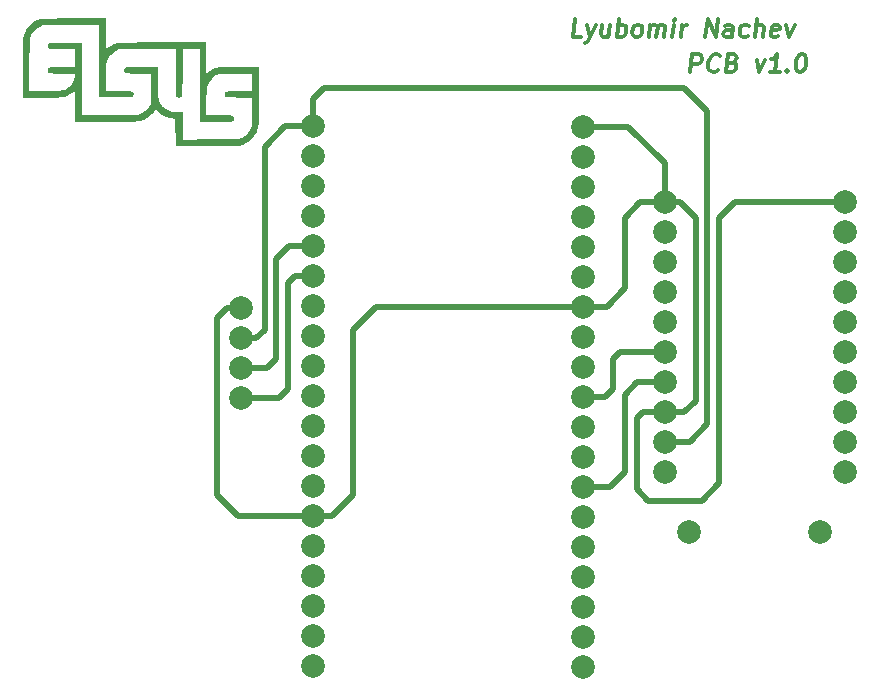
<source format=gtl>
G04 #@! TF.GenerationSoftware,KiCad,Pcbnew,(6.0.9)*
G04 #@! TF.CreationDate,2023-02-06T23:42:05+02:00*
G04 #@! TF.ProjectId,vodesht_vyzel,766f6465-7368-4745-9f76-797a656c2e6b,rev?*
G04 #@! TF.SameCoordinates,Original*
G04 #@! TF.FileFunction,Copper,L1,Top*
G04 #@! TF.FilePolarity,Positive*
%FSLAX46Y46*%
G04 Gerber Fmt 4.6, Leading zero omitted, Abs format (unit mm)*
G04 Created by KiCad (PCBNEW (6.0.9)) date 2023-02-06 23:42:05*
%MOMM*%
%LPD*%
G01*
G04 APERTURE LIST*
%ADD10C,0.300000*%
G04 #@! TA.AperFunction,NonConductor*
%ADD11C,0.300000*%
G04 #@! TD*
G04 #@! TA.AperFunction,ComponentPad*
%ADD12C,2.000000*%
G04 #@! TD*
G04 #@! TA.AperFunction,Conductor*
%ADD13C,0.500000*%
G04 #@! TD*
G04 APERTURE END LIST*
D10*
D11*
X169822276Y-71678571D02*
X169107991Y-71678571D01*
X169295491Y-70178571D01*
X170304419Y-70678571D02*
X170536562Y-71678571D01*
X171018705Y-70678571D02*
X170536562Y-71678571D01*
X170349062Y-72035714D01*
X170268705Y-72107142D01*
X170116919Y-72178571D01*
X172232991Y-70678571D02*
X172107991Y-71678571D01*
X171590133Y-70678571D02*
X171491919Y-71464285D01*
X171545491Y-71607142D01*
X171679419Y-71678571D01*
X171893705Y-71678571D01*
X172045491Y-71607142D01*
X172125848Y-71535714D01*
X172822276Y-71678571D02*
X173009776Y-70178571D01*
X172938348Y-70750000D02*
X173090133Y-70678571D01*
X173375848Y-70678571D01*
X173509776Y-70750000D01*
X173572276Y-70821428D01*
X173625848Y-70964285D01*
X173572276Y-71392857D01*
X173482991Y-71535714D01*
X173402633Y-71607142D01*
X173250848Y-71678571D01*
X172965133Y-71678571D01*
X172831205Y-71607142D01*
X174393705Y-71678571D02*
X174259776Y-71607142D01*
X174197276Y-71535714D01*
X174143705Y-71392857D01*
X174197276Y-70964285D01*
X174286562Y-70821428D01*
X174366919Y-70750000D01*
X174518705Y-70678571D01*
X174732991Y-70678571D01*
X174866919Y-70750000D01*
X174929419Y-70821428D01*
X174982991Y-70964285D01*
X174929419Y-71392857D01*
X174840133Y-71535714D01*
X174759776Y-71607142D01*
X174607991Y-71678571D01*
X174393705Y-71678571D01*
X175536562Y-71678571D02*
X175661562Y-70678571D01*
X175643705Y-70821428D02*
X175724062Y-70750000D01*
X175875848Y-70678571D01*
X176090133Y-70678571D01*
X176224062Y-70750000D01*
X176277633Y-70892857D01*
X176179419Y-71678571D01*
X176277633Y-70892857D02*
X176366919Y-70750000D01*
X176518705Y-70678571D01*
X176732991Y-70678571D01*
X176866919Y-70750000D01*
X176920491Y-70892857D01*
X176822276Y-71678571D01*
X177536562Y-71678571D02*
X177661562Y-70678571D01*
X177724062Y-70178571D02*
X177643705Y-70250000D01*
X177706205Y-70321428D01*
X177786562Y-70250000D01*
X177724062Y-70178571D01*
X177706205Y-70321428D01*
X178250848Y-71678571D02*
X178375848Y-70678571D01*
X178340133Y-70964285D02*
X178429419Y-70821428D01*
X178509776Y-70750000D01*
X178661562Y-70678571D01*
X178804419Y-70678571D01*
X180322276Y-71678571D02*
X180509776Y-70178571D01*
X181179419Y-71678571D01*
X181366919Y-70178571D01*
X182536562Y-71678571D02*
X182634776Y-70892857D01*
X182581205Y-70750000D01*
X182447276Y-70678571D01*
X182161562Y-70678571D01*
X182009776Y-70750000D01*
X182545491Y-71607142D02*
X182393705Y-71678571D01*
X182036562Y-71678571D01*
X181902633Y-71607142D01*
X181849062Y-71464285D01*
X181866919Y-71321428D01*
X181956205Y-71178571D01*
X182107991Y-71107142D01*
X182465133Y-71107142D01*
X182616919Y-71035714D01*
X183902633Y-71607142D02*
X183750848Y-71678571D01*
X183465133Y-71678571D01*
X183331205Y-71607142D01*
X183268705Y-71535714D01*
X183215133Y-71392857D01*
X183268705Y-70964285D01*
X183357991Y-70821428D01*
X183438348Y-70750000D01*
X183590133Y-70678571D01*
X183875848Y-70678571D01*
X184009776Y-70750000D01*
X184536562Y-71678571D02*
X184724062Y-70178571D01*
X185179419Y-71678571D02*
X185277633Y-70892857D01*
X185224062Y-70750000D01*
X185090133Y-70678571D01*
X184875848Y-70678571D01*
X184724062Y-70750000D01*
X184643705Y-70821428D01*
X186474062Y-71607142D02*
X186322276Y-71678571D01*
X186036562Y-71678571D01*
X185902633Y-71607142D01*
X185849062Y-71464285D01*
X185920491Y-70892857D01*
X186009776Y-70750000D01*
X186161562Y-70678571D01*
X186447276Y-70678571D01*
X186581205Y-70750000D01*
X186634776Y-70892857D01*
X186616919Y-71035714D01*
X185884776Y-71178571D01*
X187161562Y-70678571D02*
X187393705Y-71678571D01*
X187875848Y-70678571D01*
D10*
D11*
X179036562Y-74678571D02*
X179224062Y-73178571D01*
X179795491Y-73178571D01*
X179929419Y-73250000D01*
X179991919Y-73321428D01*
X180045491Y-73464285D01*
X180018705Y-73678571D01*
X179929419Y-73821428D01*
X179849062Y-73892857D01*
X179697276Y-73964285D01*
X179125848Y-73964285D01*
X181411562Y-74535714D02*
X181331205Y-74607142D01*
X181107991Y-74678571D01*
X180965133Y-74678571D01*
X180759776Y-74607142D01*
X180634776Y-74464285D01*
X180581205Y-74321428D01*
X180545491Y-74035714D01*
X180572276Y-73821428D01*
X180679419Y-73535714D01*
X180768705Y-73392857D01*
X180929419Y-73250000D01*
X181152633Y-73178571D01*
X181295491Y-73178571D01*
X181500848Y-73250000D01*
X181563348Y-73321428D01*
X182634776Y-73892857D02*
X182840133Y-73964285D01*
X182902633Y-74035714D01*
X182956205Y-74178571D01*
X182929419Y-74392857D01*
X182840133Y-74535714D01*
X182759776Y-74607142D01*
X182607991Y-74678571D01*
X182036562Y-74678571D01*
X182224062Y-73178571D01*
X182724062Y-73178571D01*
X182857991Y-73250000D01*
X182920491Y-73321428D01*
X182974062Y-73464285D01*
X182956205Y-73607142D01*
X182866919Y-73750000D01*
X182786562Y-73821428D01*
X182634776Y-73892857D01*
X182134776Y-73892857D01*
X184661562Y-73678571D02*
X184893705Y-74678571D01*
X185375848Y-73678571D01*
X186607991Y-74678571D02*
X185750848Y-74678571D01*
X186179419Y-74678571D02*
X186366919Y-73178571D01*
X186197276Y-73392857D01*
X186036562Y-73535714D01*
X185884776Y-73607142D01*
X187268705Y-74535714D02*
X187331205Y-74607142D01*
X187250848Y-74678571D01*
X187188348Y-74607142D01*
X187268705Y-74535714D01*
X187250848Y-74678571D01*
X188438348Y-73178571D02*
X188581205Y-73178571D01*
X188715133Y-73250000D01*
X188777633Y-73321428D01*
X188831205Y-73464285D01*
X188866919Y-73750000D01*
X188822276Y-74107142D01*
X188715133Y-74392857D01*
X188625848Y-74535714D01*
X188545491Y-74607142D01*
X188393705Y-74678571D01*
X188250848Y-74678571D01*
X188116919Y-74607142D01*
X188054419Y-74535714D01*
X188000848Y-74392857D01*
X187965133Y-74107142D01*
X188009776Y-73750000D01*
X188116919Y-73464285D01*
X188206205Y-73321428D01*
X188286562Y-73250000D01*
X188438348Y-73178571D01*
G36*
X122518639Y-73829643D02*
G01*
X122519562Y-73237874D01*
X122524226Y-72743666D01*
X122532599Y-72349046D01*
X122544646Y-72056043D01*
X122560336Y-71866683D01*
X122565166Y-71833740D01*
X122693168Y-71383520D01*
X122912279Y-70985110D01*
X123217338Y-70645302D01*
X123603184Y-70370889D01*
X123725780Y-70306312D01*
X124024477Y-70159624D01*
X126800941Y-70144534D01*
X129577406Y-70129445D01*
X129577406Y-72741926D01*
X129824813Y-72571705D01*
X130027206Y-72447473D01*
X130252695Y-72330291D01*
X130342909Y-72290178D01*
X130397606Y-72268691D01*
X130454940Y-72250120D01*
X130522776Y-72234215D01*
X130608980Y-72220728D01*
X130721416Y-72209410D01*
X130867949Y-72200012D01*
X131056445Y-72192286D01*
X131294769Y-72185982D01*
X131590787Y-72180853D01*
X131952362Y-72176649D01*
X132387360Y-72173121D01*
X132903647Y-72170021D01*
X133509087Y-72167100D01*
X134211546Y-72164110D01*
X134346548Y-72163555D01*
X138079498Y-72148239D01*
X138079498Y-74809028D01*
X138346631Y-74617112D01*
X138495273Y-74515085D01*
X138637142Y-74432348D01*
X138785265Y-74366902D01*
X138952667Y-74316744D01*
X139152372Y-74279873D01*
X139397406Y-74254288D01*
X139700795Y-74237987D01*
X140075564Y-74228969D01*
X140534738Y-74225232D01*
X140900550Y-74224686D01*
X142543096Y-74224686D01*
X142542694Y-76549477D01*
X142541809Y-77176638D01*
X142538866Y-77707705D01*
X142533090Y-78152854D01*
X142523700Y-78522262D01*
X142509920Y-78826101D01*
X142490971Y-79074550D01*
X142466075Y-79277781D01*
X142434454Y-79445972D01*
X142395329Y-79589297D01*
X142347923Y-79717931D01*
X142291458Y-79842051D01*
X142290797Y-79843401D01*
X142109352Y-80125099D01*
X141856115Y-80399635D01*
X141563172Y-80637398D01*
X141262609Y-80808779D01*
X141229766Y-80822587D01*
X141159571Y-80850268D01*
X141091422Y-80873546D01*
X141015772Y-80892860D01*
X140923074Y-80908651D01*
X140803782Y-80921359D01*
X140648351Y-80931423D01*
X140447232Y-80939283D01*
X140190881Y-80945379D01*
X139869750Y-80950152D01*
X139474294Y-80954040D01*
X138994965Y-80957485D01*
X138422218Y-80960925D01*
X138200101Y-80962197D01*
X135477817Y-80977741D01*
X135449163Y-78670971D01*
X135112041Y-78602236D01*
X134686980Y-78479408D01*
X134327231Y-78291804D01*
X134031765Y-78051662D01*
X133777304Y-77806394D01*
X133603610Y-78064288D01*
X133454144Y-78244207D01*
X133256526Y-78427751D01*
X133119019Y-78531333D01*
X133000396Y-78610399D01*
X132892212Y-78677296D01*
X132784769Y-78733041D01*
X132668366Y-78778651D01*
X132533305Y-78815142D01*
X132369886Y-78843532D01*
X132168409Y-78864838D01*
X131919176Y-78880076D01*
X131612486Y-78890263D01*
X131238640Y-78896415D01*
X130787940Y-78899551D01*
X130250684Y-78900686D01*
X129617175Y-78900837D01*
X126920502Y-78900837D01*
X126920502Y-76297248D01*
X126668096Y-76478084D01*
X126525026Y-76576746D01*
X126390664Y-76656562D01*
X126251918Y-76719518D01*
X126095697Y-76767600D01*
X125908907Y-76802795D01*
X125678457Y-76827090D01*
X125391255Y-76842470D01*
X125034209Y-76850923D01*
X124594226Y-76854434D01*
X124183891Y-76855021D01*
X122536611Y-76855021D01*
X122533045Y-76303603D01*
X123094560Y-76303603D01*
X124462866Y-76287052D01*
X124884667Y-76281391D01*
X125214622Y-76275067D01*
X125467160Y-76266922D01*
X125656710Y-76255799D01*
X125797701Y-76240539D01*
X125904562Y-76219986D01*
X125991722Y-76192981D01*
X126073609Y-76158367D01*
X126075043Y-76157705D01*
X126404848Y-75948560D01*
X126669412Y-75663139D01*
X126856976Y-75317004D01*
X126943400Y-75008473D01*
X126978456Y-74809205D01*
X125890513Y-74809205D01*
X125493341Y-74807849D01*
X125189897Y-74801836D01*
X124967648Y-74788247D01*
X124814057Y-74764162D01*
X124716593Y-74726662D01*
X124662720Y-74672829D01*
X124639905Y-74599744D01*
X124635565Y-74516946D01*
X124641394Y-74424420D01*
X124667241Y-74353737D01*
X124725644Y-74301975D01*
X124829141Y-74266211D01*
X124990271Y-74243523D01*
X125221572Y-74230990D01*
X125535581Y-74225689D01*
X125889604Y-74224686D01*
X126976639Y-74224686D01*
X126961855Y-73494038D01*
X126947071Y-72763389D01*
X125861824Y-72748975D01*
X125450796Y-72740606D01*
X125123006Y-72727734D01*
X124884838Y-72710763D01*
X124742677Y-72690094D01*
X124706071Y-72676046D01*
X124649551Y-72571372D01*
X124639701Y-72426618D01*
X124677448Y-72297631D01*
X124699330Y-72269205D01*
X124754994Y-72247879D01*
X124879517Y-72231293D01*
X125080631Y-72219104D01*
X125366068Y-72210968D01*
X125743562Y-72206542D01*
X126134058Y-72205440D01*
X127505021Y-72205440D01*
X127505021Y-78316318D01*
X129856380Y-78316022D01*
X130455968Y-78314659D01*
X130988232Y-78310826D01*
X131446598Y-78304664D01*
X131824487Y-78296317D01*
X132115323Y-78285926D01*
X132312530Y-78273635D01*
X132405666Y-78260757D01*
X132660844Y-78146258D01*
X132915289Y-77956091D01*
X133137113Y-77716193D01*
X133216225Y-77601468D01*
X133376778Y-77341961D01*
X133408716Y-74809205D01*
X132343270Y-74809205D01*
X131979129Y-74808567D01*
X131706145Y-74805739D01*
X131509203Y-74799349D01*
X131373188Y-74788027D01*
X131282984Y-74770401D01*
X131223476Y-74745102D01*
X131179547Y-74710757D01*
X131171548Y-74702929D01*
X131078810Y-74567669D01*
X131089552Y-74439280D01*
X131171548Y-74330963D01*
X131209258Y-74298398D01*
X131257958Y-74273253D01*
X131330777Y-74254572D01*
X131440845Y-74241400D01*
X131601289Y-74232782D01*
X131825240Y-74227763D01*
X132125826Y-74225389D01*
X132516177Y-74224705D01*
X132632845Y-74224686D01*
X133987866Y-74224686D01*
X133987866Y-75524576D01*
X133989972Y-75998445D01*
X133998269Y-76380199D01*
X134015721Y-76683948D01*
X134045295Y-76923804D01*
X134089956Y-77113880D01*
X134152669Y-77268286D01*
X134236401Y-77401134D01*
X134344116Y-77526535D01*
X134425747Y-77608182D01*
X134625911Y-77785321D01*
X134812300Y-77905325D01*
X135015980Y-77980227D01*
X135268019Y-78022059D01*
X135542154Y-78040543D01*
X136060251Y-78062988D01*
X136060251Y-80392798D01*
X138464749Y-80377466D01*
X139033011Y-80373722D01*
X139504970Y-80370058D01*
X139890597Y-80365972D01*
X140199863Y-80360959D01*
X140442739Y-80354518D01*
X140629196Y-80346144D01*
X140769205Y-80335335D01*
X140872737Y-80321587D01*
X140949764Y-80304399D01*
X141010257Y-80283265D01*
X141064186Y-80257685D01*
X141087988Y-80245113D01*
X141382554Y-80058238D01*
X141600128Y-79844890D01*
X141769956Y-79575795D01*
X141783163Y-79549339D01*
X141932008Y-79246234D01*
X141932008Y-76855021D01*
X140846761Y-76840607D01*
X140435733Y-76832238D01*
X140107943Y-76819366D01*
X139869775Y-76802394D01*
X139727614Y-76781726D01*
X139691008Y-76767678D01*
X139634285Y-76662723D01*
X139624867Y-76518613D01*
X139662756Y-76391357D01*
X139691008Y-76357845D01*
X139772329Y-76335147D01*
X139953499Y-76315903D01*
X140228132Y-76300516D01*
X140589844Y-76289390D01*
X140846761Y-76284916D01*
X141932008Y-76270502D01*
X141946813Y-75536674D01*
X141961618Y-74802845D01*
X140538654Y-74819310D01*
X140074074Y-74825513D01*
X139701881Y-74834420D01*
X139408186Y-74849370D01*
X139179100Y-74873702D01*
X139000737Y-74910754D01*
X138859208Y-74963865D01*
X138740624Y-75036374D01*
X138631098Y-75131618D01*
X138516741Y-75252937D01*
X138457689Y-75319556D01*
X138342738Y-75460455D01*
X138253401Y-75600948D01*
X138186541Y-75756719D01*
X138139021Y-75943453D01*
X138107703Y-76176835D01*
X138089449Y-76472550D01*
X138081121Y-76846282D01*
X138079498Y-77210063D01*
X138079498Y-78316318D01*
X139130436Y-78316318D01*
X139535846Y-78318511D01*
X139847136Y-78326917D01*
X140076408Y-78344275D01*
X140235760Y-78373327D01*
X140337293Y-78416811D01*
X140393106Y-78477469D01*
X140415301Y-78558039D01*
X140417573Y-78607795D01*
X140413637Y-78692937D01*
X140394193Y-78759773D01*
X140347784Y-78810515D01*
X140262955Y-78847373D01*
X140128249Y-78872560D01*
X139932211Y-78888288D01*
X139663386Y-78896769D01*
X139310316Y-78900214D01*
X138899774Y-78900837D01*
X137548980Y-78900837D01*
X137521548Y-72763389D01*
X136790899Y-72748605D01*
X136060251Y-72733821D01*
X136060251Y-74644832D01*
X136058882Y-75100797D01*
X136054981Y-75522922D01*
X136048849Y-75898793D01*
X136040794Y-76215996D01*
X136031117Y-76462120D01*
X136020125Y-76624751D01*
X136010157Y-76687601D01*
X135914126Y-76818497D01*
X135773540Y-76861522D01*
X135612955Y-76809540D01*
X135605975Y-76805065D01*
X135475732Y-76719726D01*
X135475732Y-72731784D01*
X133071234Y-72747586D01*
X130666736Y-72763389D01*
X130393720Y-72907394D01*
X130197685Y-73033920D01*
X130007730Y-73192874D01*
X129931646Y-73272272D01*
X129824375Y-73406392D01*
X129741016Y-73538249D01*
X129678611Y-73683415D01*
X129634205Y-73857461D01*
X129604839Y-74075961D01*
X129587555Y-74354485D01*
X129579397Y-74708607D01*
X129577406Y-75137500D01*
X129577406Y-76297071D01*
X130662940Y-76297071D01*
X131039161Y-76298183D01*
X131323110Y-76302182D01*
X131528776Y-76310070D01*
X131670145Y-76322844D01*
X131761207Y-76341504D01*
X131815948Y-76367050D01*
X131831978Y-76380574D01*
X131908487Y-76513014D01*
X131887058Y-76669326D01*
X131860473Y-76725669D01*
X131838968Y-76756613D01*
X131803334Y-76780644D01*
X131741191Y-76798631D01*
X131640161Y-76811446D01*
X131487865Y-76819960D01*
X131271925Y-76825042D01*
X130979963Y-76827564D01*
X130599599Y-76828397D01*
X130399176Y-76828452D01*
X128992887Y-76828452D01*
X128992887Y-70717573D01*
X126614958Y-70718093D01*
X124237029Y-70718612D01*
X123971339Y-70842886D01*
X123781168Y-70956374D01*
X123583819Y-71111500D01*
X123483369Y-71209287D01*
X123393381Y-71310410D01*
X123318461Y-71407291D01*
X123257230Y-71510389D01*
X123208309Y-71630164D01*
X123170318Y-71777074D01*
X123141879Y-71961578D01*
X123121612Y-72194136D01*
X123108137Y-72485207D01*
X123100077Y-72845250D01*
X123096052Y-73284723D01*
X123094682Y-73814086D01*
X123094560Y-74157890D01*
X123094560Y-76303603D01*
X122533045Y-76303603D01*
X122521490Y-74516946D01*
X122518639Y-73829643D01*
G37*
D12*
X147070000Y-79260000D03*
X147070000Y-81800000D03*
X147070000Y-84340000D03*
X147070000Y-86880000D03*
X147070000Y-89420000D03*
X147070000Y-91960000D03*
X147070000Y-94500000D03*
X147070000Y-97040000D03*
X147070000Y-99580000D03*
X147070000Y-102120000D03*
X147070000Y-104660000D03*
X147070000Y-107200000D03*
X147070000Y-109740000D03*
X147070000Y-112280000D03*
X147070000Y-114820000D03*
X147070000Y-117360000D03*
X147070000Y-119900000D03*
X147070000Y-122440000D03*
X147070000Y-124980000D03*
X169930000Y-79300000D03*
X169930000Y-81840000D03*
X169930000Y-84380000D03*
X169930000Y-86920000D03*
X169930000Y-89460000D03*
X169930000Y-92000000D03*
X169930000Y-94540000D03*
X169930000Y-97080000D03*
X169930000Y-99620000D03*
X169930000Y-102160000D03*
X169930000Y-104700000D03*
X169930000Y-107240000D03*
X169930000Y-109780000D03*
X169930000Y-112320000D03*
X169930000Y-114860000D03*
X169930000Y-117400000D03*
X169930000Y-119940000D03*
X169930000Y-122480000D03*
X169930000Y-125020000D03*
X141000000Y-94690000D03*
X141000000Y-97230000D03*
X141000000Y-99770000D03*
X141000000Y-102310000D03*
X190060000Y-113635000D03*
X192120000Y-108555000D03*
X192120000Y-106015000D03*
X192120000Y-103475000D03*
X192120000Y-100935000D03*
X192120000Y-98395000D03*
X192120000Y-95855000D03*
X192120000Y-93315000D03*
X192120000Y-90775000D03*
X192120000Y-88235000D03*
X192120000Y-85695000D03*
X178940000Y-113635000D03*
X176880000Y-108555000D03*
X176880000Y-106015000D03*
X176880000Y-103475000D03*
X176880000Y-100935000D03*
X176880000Y-98395000D03*
X176880000Y-95855000D03*
X176880000Y-93315000D03*
X176880000Y-90775000D03*
X176880000Y-88235000D03*
X176880000Y-85695000D03*
D13*
X176880000Y-82380000D02*
X173800000Y-79300000D01*
X181500000Y-87000000D02*
X181500000Y-109500000D01*
X169930000Y-94540000D02*
X152460000Y-94540000D01*
X139810000Y-94690000D02*
X141000000Y-94690000D01*
X150500000Y-110500000D02*
X148720000Y-112280000D01*
X169930000Y-94540000D02*
X171960000Y-94540000D01*
X178195000Y-85695000D02*
X179500000Y-87000000D01*
X180000000Y-111000000D02*
X175500000Y-111000000D01*
X173500000Y-93000000D02*
X173500000Y-87000000D01*
X140780000Y-112280000D02*
X139000000Y-110500000D01*
X174500000Y-104000000D02*
X175025000Y-103475000D01*
X179500000Y-87000000D02*
X179500000Y-102500000D01*
X176880000Y-85695000D02*
X178195000Y-85695000D01*
X139000000Y-95500000D02*
X139810000Y-94690000D01*
X176880000Y-82380000D02*
X176880000Y-85695000D01*
X147070000Y-112280000D02*
X140780000Y-112280000D01*
X148720000Y-112280000D02*
X147070000Y-112280000D01*
X174500000Y-110000000D02*
X174500000Y-104000000D01*
X192120000Y-85695000D02*
X182805000Y-85695000D01*
X174805000Y-85695000D02*
X176880000Y-85695000D01*
X179500000Y-102500000D02*
X178525000Y-103475000D01*
X150500000Y-96500000D02*
X150500000Y-110500000D01*
X171960000Y-94540000D02*
X173500000Y-93000000D01*
X175025000Y-103475000D02*
X176880000Y-103475000D01*
X173500000Y-87000000D02*
X174805000Y-85695000D01*
X182805000Y-85695000D02*
X181500000Y-87000000D01*
X152460000Y-94540000D02*
X150500000Y-96500000D01*
X175500000Y-111000000D02*
X174500000Y-110000000D01*
X181500000Y-109500000D02*
X180000000Y-111000000D01*
X139000000Y-110500000D02*
X139000000Y-95500000D01*
X173800000Y-79300000D02*
X169930000Y-79300000D01*
X178525000Y-103475000D02*
X176880000Y-103475000D01*
X147070000Y-79260000D02*
X144740000Y-79260000D01*
X178985000Y-106015000D02*
X176880000Y-106015000D01*
X142270000Y-97230000D02*
X141000000Y-97230000D01*
X178500000Y-76000000D02*
X180500000Y-78000000D01*
X180500000Y-104500000D02*
X178985000Y-106015000D01*
X147070000Y-76930000D02*
X148000000Y-76000000D01*
X180500000Y-78000000D02*
X180500000Y-104500000D01*
X144740000Y-79260000D02*
X143000000Y-81000000D01*
X148000000Y-76000000D02*
X178500000Y-76000000D01*
X143000000Y-96500000D02*
X142270000Y-97230000D01*
X143000000Y-81000000D02*
X143000000Y-96500000D01*
X147070000Y-79260000D02*
X147070000Y-76930000D01*
X145000000Y-101500000D02*
X144190000Y-102310000D01*
X144190000Y-102310000D02*
X141000000Y-102310000D01*
X147070000Y-91960000D02*
X145540000Y-91960000D01*
X145000000Y-92500000D02*
X145000000Y-101500000D01*
X145540000Y-91960000D02*
X145000000Y-92500000D01*
X147070000Y-89420000D02*
X145080000Y-89420000D01*
X144000000Y-90500000D02*
X144000000Y-99000000D01*
X144000000Y-99000000D02*
X143230000Y-99770000D01*
X141000000Y-99770000D02*
X143230000Y-99770000D01*
X145080000Y-89420000D02*
X144000000Y-90500000D01*
X169930000Y-102160000D02*
X171840000Y-102160000D01*
X172500000Y-99000000D02*
X173105000Y-98395000D01*
X171840000Y-102160000D02*
X172500000Y-101500000D01*
X172500000Y-101500000D02*
X172500000Y-99000000D01*
X173105000Y-98395000D02*
X176880000Y-98395000D01*
X176880000Y-100935000D02*
X174565000Y-100935000D01*
X173500000Y-102000000D02*
X173500000Y-108500000D01*
X174565000Y-100935000D02*
X173500000Y-102000000D01*
X172220000Y-109780000D02*
X169930000Y-109780000D01*
X173500000Y-108500000D02*
X172220000Y-109780000D01*
M02*

</source>
